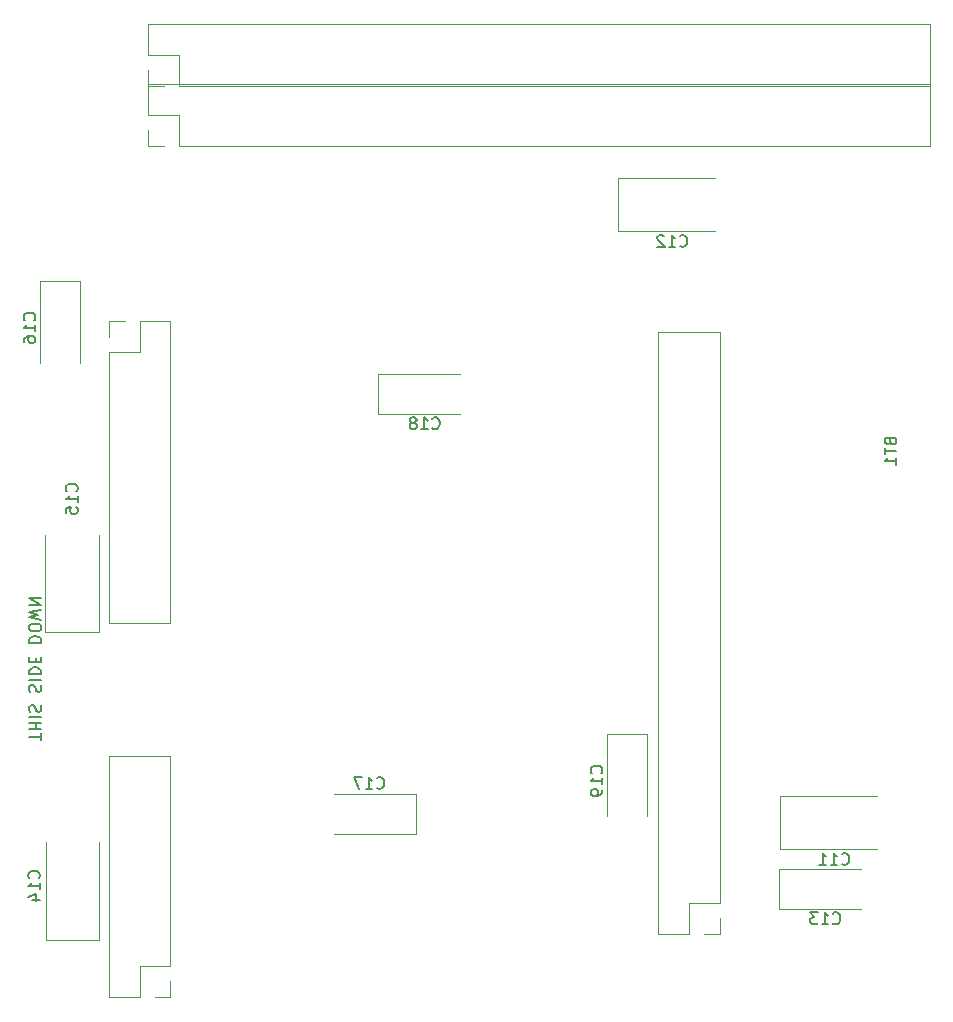
<source format=gbr>
%TF.GenerationSoftware,KiCad,Pcbnew,(5.1.9)-1*%
%TF.CreationDate,2021-11-28T13:37:36-05:00*%
%TF.ProjectId,REVERB Interface,52455645-5242-4204-996e-746572666163,rev?*%
%TF.SameCoordinates,Original*%
%TF.FileFunction,Legend,Bot*%
%TF.FilePolarity,Positive*%
%FSLAX46Y46*%
G04 Gerber Fmt 4.6, Leading zero omitted, Abs format (unit mm)*
G04 Created by KiCad (PCBNEW (5.1.9)-1) date 2021-11-28 13:37:36*
%MOMM*%
%LPD*%
G01*
G04 APERTURE LIST*
%ADD10C,0.150000*%
%ADD11C,0.120000*%
G04 APERTURE END LIST*
D10*
X110402619Y-117196428D02*
X110402619Y-116625000D01*
X109402619Y-116910714D02*
X110402619Y-116910714D01*
X109402619Y-116291666D02*
X110402619Y-116291666D01*
X109926428Y-116291666D02*
X109926428Y-115720238D01*
X109402619Y-115720238D02*
X110402619Y-115720238D01*
X109402619Y-115244047D02*
X110402619Y-115244047D01*
X109450238Y-114815476D02*
X109402619Y-114672619D01*
X109402619Y-114434523D01*
X109450238Y-114339285D01*
X109497857Y-114291666D01*
X109593095Y-114244047D01*
X109688333Y-114244047D01*
X109783571Y-114291666D01*
X109831190Y-114339285D01*
X109878809Y-114434523D01*
X109926428Y-114625000D01*
X109974047Y-114720238D01*
X110021666Y-114767857D01*
X110116904Y-114815476D01*
X110212142Y-114815476D01*
X110307380Y-114767857D01*
X110355000Y-114720238D01*
X110402619Y-114625000D01*
X110402619Y-114386904D01*
X110355000Y-114244047D01*
X109450238Y-113101190D02*
X109402619Y-112958333D01*
X109402619Y-112720238D01*
X109450238Y-112625000D01*
X109497857Y-112577380D01*
X109593095Y-112529761D01*
X109688333Y-112529761D01*
X109783571Y-112577380D01*
X109831190Y-112625000D01*
X109878809Y-112720238D01*
X109926428Y-112910714D01*
X109974047Y-113005952D01*
X110021666Y-113053571D01*
X110116904Y-113101190D01*
X110212142Y-113101190D01*
X110307380Y-113053571D01*
X110355000Y-113005952D01*
X110402619Y-112910714D01*
X110402619Y-112672619D01*
X110355000Y-112529761D01*
X109402619Y-112101190D02*
X110402619Y-112101190D01*
X109402619Y-111625000D02*
X110402619Y-111625000D01*
X110402619Y-111386904D01*
X110355000Y-111244047D01*
X110259761Y-111148809D01*
X110164523Y-111101190D01*
X109974047Y-111053571D01*
X109831190Y-111053571D01*
X109640714Y-111101190D01*
X109545476Y-111148809D01*
X109450238Y-111244047D01*
X109402619Y-111386904D01*
X109402619Y-111625000D01*
X109926428Y-110625000D02*
X109926428Y-110291666D01*
X109402619Y-110148809D02*
X109402619Y-110625000D01*
X110402619Y-110625000D01*
X110402619Y-110148809D01*
X109402619Y-108958333D02*
X110402619Y-108958333D01*
X110402619Y-108720238D01*
X110355000Y-108577380D01*
X110259761Y-108482142D01*
X110164523Y-108434523D01*
X109974047Y-108386904D01*
X109831190Y-108386904D01*
X109640714Y-108434523D01*
X109545476Y-108482142D01*
X109450238Y-108577380D01*
X109402619Y-108720238D01*
X109402619Y-108958333D01*
X110402619Y-107767857D02*
X110402619Y-107577380D01*
X110355000Y-107482142D01*
X110259761Y-107386904D01*
X110069285Y-107339285D01*
X109735952Y-107339285D01*
X109545476Y-107386904D01*
X109450238Y-107482142D01*
X109402619Y-107577380D01*
X109402619Y-107767857D01*
X109450238Y-107863095D01*
X109545476Y-107958333D01*
X109735952Y-108005952D01*
X110069285Y-108005952D01*
X110259761Y-107958333D01*
X110355000Y-107863095D01*
X110402619Y-107767857D01*
X110402619Y-107005952D02*
X109402619Y-106767857D01*
X110116904Y-106577380D01*
X109402619Y-106386904D01*
X110402619Y-106148809D01*
X109402619Y-105767857D02*
X110402619Y-105767857D01*
X109402619Y-105196428D01*
X110402619Y-105196428D01*
D11*
%TO.C,C19*%
X158310000Y-123650000D02*
X158310000Y-116715000D01*
X158310000Y-116715000D02*
X161730000Y-116715000D01*
X161730000Y-116715000D02*
X161730000Y-123650000D01*
%TO.C,C17*%
X135176000Y-121734000D02*
X142111000Y-121734000D01*
X142111000Y-121734000D02*
X142111000Y-125154000D01*
X142111000Y-125154000D02*
X135176000Y-125154000D01*
%TO.C,C15*%
X115290000Y-99830000D02*
X115290000Y-108065000D01*
X115290000Y-108065000D02*
X110770000Y-108065000D01*
X110770000Y-108065000D02*
X110770000Y-99830000D01*
%TO.C,C12*%
X167480000Y-74142000D02*
X159245000Y-74142000D01*
X159245000Y-74142000D02*
X159245000Y-69622000D01*
X159245000Y-69622000D02*
X167480000Y-69622000D01*
%TO.C,C18*%
X145875000Y-89594000D02*
X138940000Y-89594000D01*
X138940000Y-89594000D02*
X138940000Y-86174000D01*
X138940000Y-86174000D02*
X145875000Y-86174000D01*
%TO.C,C16*%
X110304000Y-85296000D02*
X110304000Y-78361000D01*
X110304000Y-78361000D02*
X113724000Y-78361000D01*
X113724000Y-78361000D02*
X113724000Y-85296000D01*
%TO.C,C14*%
X115315000Y-125865000D02*
X115315000Y-134100000D01*
X115315000Y-134100000D02*
X110795000Y-134100000D01*
X110795000Y-134100000D02*
X110795000Y-125865000D01*
%TO.C,C13*%
X179794000Y-131504000D02*
X172859000Y-131504000D01*
X172859000Y-131504000D02*
X172859000Y-128084000D01*
X172859000Y-128084000D02*
X179794000Y-128084000D01*
%TO.C,C11*%
X181196000Y-126466000D02*
X172961000Y-126466000D01*
X172961000Y-126466000D02*
X172961000Y-121946000D01*
X172961000Y-121946000D02*
X181196000Y-121946000D01*
%TO.C,J1*%
X162640000Y-133604000D02*
X165240000Y-133604000D01*
X162640000Y-133604000D02*
X162640000Y-82684000D01*
X162640000Y-82684000D02*
X167840000Y-82684000D01*
X167840000Y-131004000D02*
X167840000Y-82684000D01*
X165240000Y-131004000D02*
X167840000Y-131004000D01*
X165240000Y-133604000D02*
X165240000Y-131004000D01*
X167840000Y-133604000D02*
X167840000Y-132274000D01*
X166510000Y-133604000D02*
X167840000Y-133604000D01*
%TO.C,J3*%
X121345000Y-81760000D02*
X118745000Y-81760000D01*
X121345000Y-81760000D02*
X121345000Y-107280000D01*
X121345000Y-107280000D02*
X116145000Y-107280000D01*
X116145000Y-84360000D02*
X116145000Y-107280000D01*
X118745000Y-84360000D02*
X116145000Y-84360000D01*
X118745000Y-81760000D02*
X118745000Y-84360000D01*
X116145000Y-81760000D02*
X116145000Y-83090000D01*
X117475000Y-81760000D02*
X116145000Y-81760000D01*
%TO.C,J2*%
X116145000Y-138950000D02*
X118745000Y-138950000D01*
X116145000Y-138950000D02*
X116145000Y-118510000D01*
X116145000Y-118510000D02*
X121345000Y-118510000D01*
X121345000Y-136350000D02*
X121345000Y-118510000D01*
X118745000Y-136350000D02*
X121345000Y-136350000D01*
X118745000Y-138950000D02*
X118745000Y-136350000D01*
X121345000Y-138950000D02*
X121345000Y-137620000D01*
X120015000Y-138950000D02*
X121345000Y-138950000D01*
%TO.C,H2*%
X119476000Y-60479000D02*
X119476000Y-61809000D01*
X119476000Y-61809000D02*
X120806000Y-61809000D01*
X119476000Y-59209000D02*
X122076000Y-59209000D01*
X122076000Y-59209000D02*
X122076000Y-61809000D01*
X122076000Y-61809000D02*
X185636000Y-61809000D01*
X185636000Y-56609000D02*
X185636000Y-61809000D01*
X119476000Y-56609000D02*
X185636000Y-56609000D01*
X119476000Y-56609000D02*
X119476000Y-59209000D01*
%TO.C,H1*%
X119476000Y-65559000D02*
X119476000Y-66889000D01*
X119476000Y-66889000D02*
X120806000Y-66889000D01*
X119476000Y-64289000D02*
X122076000Y-64289000D01*
X122076000Y-64289000D02*
X122076000Y-66889000D01*
X122076000Y-66889000D02*
X185636000Y-66889000D01*
X185636000Y-61689000D02*
X185636000Y-66889000D01*
X119476000Y-61689000D02*
X185636000Y-61689000D01*
X119476000Y-61689000D02*
X119476000Y-64289000D01*
%TO.C,BT1*%
D10*
X182292571Y-91924285D02*
X182340190Y-92067142D01*
X182387809Y-92114761D01*
X182483047Y-92162380D01*
X182625904Y-92162380D01*
X182721142Y-92114761D01*
X182768761Y-92067142D01*
X182816380Y-91971904D01*
X182816380Y-91590952D01*
X181816380Y-91590952D01*
X181816380Y-91924285D01*
X181864000Y-92019523D01*
X181911619Y-92067142D01*
X182006857Y-92114761D01*
X182102095Y-92114761D01*
X182197333Y-92067142D01*
X182244952Y-92019523D01*
X182292571Y-91924285D01*
X182292571Y-91590952D01*
X181816380Y-92448095D02*
X181816380Y-93019523D01*
X182816380Y-92733809D02*
X181816380Y-92733809D01*
X182816380Y-93876666D02*
X182816380Y-93305238D01*
X182816380Y-93590952D02*
X181816380Y-93590952D01*
X181959238Y-93495714D01*
X182054476Y-93400476D01*
X182102095Y-93305238D01*
%TO.C,C19*%
X157827142Y-120007142D02*
X157874761Y-119959523D01*
X157922380Y-119816666D01*
X157922380Y-119721428D01*
X157874761Y-119578571D01*
X157779523Y-119483333D01*
X157684285Y-119435714D01*
X157493809Y-119388095D01*
X157350952Y-119388095D01*
X157160476Y-119435714D01*
X157065238Y-119483333D01*
X156970000Y-119578571D01*
X156922380Y-119721428D01*
X156922380Y-119816666D01*
X156970000Y-119959523D01*
X157017619Y-120007142D01*
X157922380Y-120959523D02*
X157922380Y-120388095D01*
X157922380Y-120673809D02*
X156922380Y-120673809D01*
X157065238Y-120578571D01*
X157160476Y-120483333D01*
X157208095Y-120388095D01*
X157922380Y-121435714D02*
X157922380Y-121626190D01*
X157874761Y-121721428D01*
X157827142Y-121769047D01*
X157684285Y-121864285D01*
X157493809Y-121911904D01*
X157112857Y-121911904D01*
X157017619Y-121864285D01*
X156970000Y-121816666D01*
X156922380Y-121721428D01*
X156922380Y-121530952D01*
X156970000Y-121435714D01*
X157017619Y-121388095D01*
X157112857Y-121340476D01*
X157350952Y-121340476D01*
X157446190Y-121388095D01*
X157493809Y-121435714D01*
X157541428Y-121530952D01*
X157541428Y-121721428D01*
X157493809Y-121816666D01*
X157446190Y-121864285D01*
X157350952Y-121911904D01*
%TO.C,C17*%
X138818857Y-121251142D02*
X138866476Y-121298761D01*
X139009333Y-121346380D01*
X139104571Y-121346380D01*
X139247428Y-121298761D01*
X139342666Y-121203523D01*
X139390285Y-121108285D01*
X139437904Y-120917809D01*
X139437904Y-120774952D01*
X139390285Y-120584476D01*
X139342666Y-120489238D01*
X139247428Y-120394000D01*
X139104571Y-120346380D01*
X139009333Y-120346380D01*
X138866476Y-120394000D01*
X138818857Y-120441619D01*
X137866476Y-121346380D02*
X138437904Y-121346380D01*
X138152190Y-121346380D02*
X138152190Y-120346380D01*
X138247428Y-120489238D01*
X138342666Y-120584476D01*
X138437904Y-120632095D01*
X137533142Y-120346380D02*
X136866476Y-120346380D01*
X137295047Y-121346380D01*
%TO.C,C15*%
X113387142Y-96131142D02*
X113434761Y-96083523D01*
X113482380Y-95940666D01*
X113482380Y-95845428D01*
X113434761Y-95702571D01*
X113339523Y-95607333D01*
X113244285Y-95559714D01*
X113053809Y-95512095D01*
X112910952Y-95512095D01*
X112720476Y-95559714D01*
X112625238Y-95607333D01*
X112530000Y-95702571D01*
X112482380Y-95845428D01*
X112482380Y-95940666D01*
X112530000Y-96083523D01*
X112577619Y-96131142D01*
X113482380Y-97083523D02*
X113482380Y-96512095D01*
X113482380Y-96797809D02*
X112482380Y-96797809D01*
X112625238Y-96702571D01*
X112720476Y-96607333D01*
X112768095Y-96512095D01*
X112482380Y-97988285D02*
X112482380Y-97512095D01*
X112958571Y-97464476D01*
X112910952Y-97512095D01*
X112863333Y-97607333D01*
X112863333Y-97845428D01*
X112910952Y-97940666D01*
X112958571Y-97988285D01*
X113053809Y-98035904D01*
X113291904Y-98035904D01*
X113387142Y-97988285D01*
X113434761Y-97940666D01*
X113482380Y-97845428D01*
X113482380Y-97607333D01*
X113434761Y-97512095D01*
X113387142Y-97464476D01*
%TO.C,C12*%
X164472857Y-75339142D02*
X164520476Y-75386761D01*
X164663333Y-75434380D01*
X164758571Y-75434380D01*
X164901428Y-75386761D01*
X164996666Y-75291523D01*
X165044285Y-75196285D01*
X165091904Y-75005809D01*
X165091904Y-74862952D01*
X165044285Y-74672476D01*
X164996666Y-74577238D01*
X164901428Y-74482000D01*
X164758571Y-74434380D01*
X164663333Y-74434380D01*
X164520476Y-74482000D01*
X164472857Y-74529619D01*
X163520476Y-75434380D02*
X164091904Y-75434380D01*
X163806190Y-75434380D02*
X163806190Y-74434380D01*
X163901428Y-74577238D01*
X163996666Y-74672476D01*
X164091904Y-74720095D01*
X163139523Y-74529619D02*
X163091904Y-74482000D01*
X162996666Y-74434380D01*
X162758571Y-74434380D01*
X162663333Y-74482000D01*
X162615714Y-74529619D01*
X162568095Y-74624857D01*
X162568095Y-74720095D01*
X162615714Y-74862952D01*
X163187142Y-75434380D01*
X162568095Y-75434380D01*
%TO.C,C18*%
X143517857Y-90791142D02*
X143565476Y-90838761D01*
X143708333Y-90886380D01*
X143803571Y-90886380D01*
X143946428Y-90838761D01*
X144041666Y-90743523D01*
X144089285Y-90648285D01*
X144136904Y-90457809D01*
X144136904Y-90314952D01*
X144089285Y-90124476D01*
X144041666Y-90029238D01*
X143946428Y-89934000D01*
X143803571Y-89886380D01*
X143708333Y-89886380D01*
X143565476Y-89934000D01*
X143517857Y-89981619D01*
X142565476Y-90886380D02*
X143136904Y-90886380D01*
X142851190Y-90886380D02*
X142851190Y-89886380D01*
X142946428Y-90029238D01*
X143041666Y-90124476D01*
X143136904Y-90172095D01*
X141994047Y-90314952D02*
X142089285Y-90267333D01*
X142136904Y-90219714D01*
X142184523Y-90124476D01*
X142184523Y-90076857D01*
X142136904Y-89981619D01*
X142089285Y-89934000D01*
X141994047Y-89886380D01*
X141803571Y-89886380D01*
X141708333Y-89934000D01*
X141660714Y-89981619D01*
X141613095Y-90076857D01*
X141613095Y-90124476D01*
X141660714Y-90219714D01*
X141708333Y-90267333D01*
X141803571Y-90314952D01*
X141994047Y-90314952D01*
X142089285Y-90362571D01*
X142136904Y-90410190D01*
X142184523Y-90505428D01*
X142184523Y-90695904D01*
X142136904Y-90791142D01*
X142089285Y-90838761D01*
X141994047Y-90886380D01*
X141803571Y-90886380D01*
X141708333Y-90838761D01*
X141660714Y-90791142D01*
X141613095Y-90695904D01*
X141613095Y-90505428D01*
X141660714Y-90410190D01*
X141708333Y-90362571D01*
X141803571Y-90314952D01*
%TO.C,C16*%
X109821142Y-81653142D02*
X109868761Y-81605523D01*
X109916380Y-81462666D01*
X109916380Y-81367428D01*
X109868761Y-81224571D01*
X109773523Y-81129333D01*
X109678285Y-81081714D01*
X109487809Y-81034095D01*
X109344952Y-81034095D01*
X109154476Y-81081714D01*
X109059238Y-81129333D01*
X108964000Y-81224571D01*
X108916380Y-81367428D01*
X108916380Y-81462666D01*
X108964000Y-81605523D01*
X109011619Y-81653142D01*
X109916380Y-82605523D02*
X109916380Y-82034095D01*
X109916380Y-82319809D02*
X108916380Y-82319809D01*
X109059238Y-82224571D01*
X109154476Y-82129333D01*
X109202095Y-82034095D01*
X108916380Y-83462666D02*
X108916380Y-83272190D01*
X108964000Y-83176952D01*
X109011619Y-83129333D01*
X109154476Y-83034095D01*
X109344952Y-82986476D01*
X109725904Y-82986476D01*
X109821142Y-83034095D01*
X109868761Y-83081714D01*
X109916380Y-83176952D01*
X109916380Y-83367428D01*
X109868761Y-83462666D01*
X109821142Y-83510285D01*
X109725904Y-83557904D01*
X109487809Y-83557904D01*
X109392571Y-83510285D01*
X109344952Y-83462666D01*
X109297333Y-83367428D01*
X109297333Y-83176952D01*
X109344952Y-83081714D01*
X109392571Y-83034095D01*
X109487809Y-82986476D01*
%TO.C,C14*%
X110212142Y-128897142D02*
X110259761Y-128849523D01*
X110307380Y-128706666D01*
X110307380Y-128611428D01*
X110259761Y-128468571D01*
X110164523Y-128373333D01*
X110069285Y-128325714D01*
X109878809Y-128278095D01*
X109735952Y-128278095D01*
X109545476Y-128325714D01*
X109450238Y-128373333D01*
X109355000Y-128468571D01*
X109307380Y-128611428D01*
X109307380Y-128706666D01*
X109355000Y-128849523D01*
X109402619Y-128897142D01*
X110307380Y-129849523D02*
X110307380Y-129278095D01*
X110307380Y-129563809D02*
X109307380Y-129563809D01*
X109450238Y-129468571D01*
X109545476Y-129373333D01*
X109593095Y-129278095D01*
X109640714Y-130706666D02*
X110307380Y-130706666D01*
X109259761Y-130468571D02*
X109974047Y-130230476D01*
X109974047Y-130849523D01*
%TO.C,C13*%
X177436857Y-132701142D02*
X177484476Y-132748761D01*
X177627333Y-132796380D01*
X177722571Y-132796380D01*
X177865428Y-132748761D01*
X177960666Y-132653523D01*
X178008285Y-132558285D01*
X178055904Y-132367809D01*
X178055904Y-132224952D01*
X178008285Y-132034476D01*
X177960666Y-131939238D01*
X177865428Y-131844000D01*
X177722571Y-131796380D01*
X177627333Y-131796380D01*
X177484476Y-131844000D01*
X177436857Y-131891619D01*
X176484476Y-132796380D02*
X177055904Y-132796380D01*
X176770190Y-132796380D02*
X176770190Y-131796380D01*
X176865428Y-131939238D01*
X176960666Y-132034476D01*
X177055904Y-132082095D01*
X176151142Y-131796380D02*
X175532095Y-131796380D01*
X175865428Y-132177333D01*
X175722571Y-132177333D01*
X175627333Y-132224952D01*
X175579714Y-132272571D01*
X175532095Y-132367809D01*
X175532095Y-132605904D01*
X175579714Y-132701142D01*
X175627333Y-132748761D01*
X175722571Y-132796380D01*
X176008285Y-132796380D01*
X176103523Y-132748761D01*
X176151142Y-132701142D01*
%TO.C,C11*%
X178188857Y-127663142D02*
X178236476Y-127710761D01*
X178379333Y-127758380D01*
X178474571Y-127758380D01*
X178617428Y-127710761D01*
X178712666Y-127615523D01*
X178760285Y-127520285D01*
X178807904Y-127329809D01*
X178807904Y-127186952D01*
X178760285Y-126996476D01*
X178712666Y-126901238D01*
X178617428Y-126806000D01*
X178474571Y-126758380D01*
X178379333Y-126758380D01*
X178236476Y-126806000D01*
X178188857Y-126853619D01*
X177236476Y-127758380D02*
X177807904Y-127758380D01*
X177522190Y-127758380D02*
X177522190Y-126758380D01*
X177617428Y-126901238D01*
X177712666Y-126996476D01*
X177807904Y-127044095D01*
X176284095Y-127758380D02*
X176855523Y-127758380D01*
X176569809Y-127758380D02*
X176569809Y-126758380D01*
X176665047Y-126901238D01*
X176760285Y-126996476D01*
X176855523Y-127044095D01*
%TD*%
M02*

</source>
